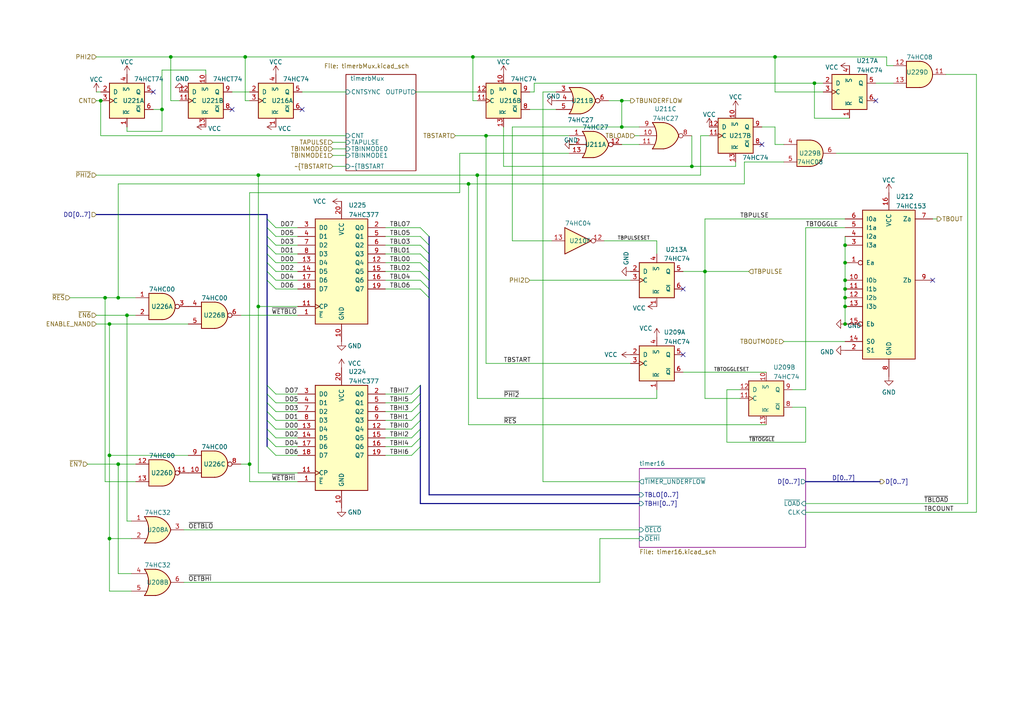
<source format=kicad_sch>
(kicad_sch (version 20211123) (generator eeschema)
  (paper "A4")
  (title_block (title "74HCT6526 Board 2") (date "2022-08-17") (rev "0.1") (company "Daniel Molina") (comment 1 "https://github.com/dmolinagarcia/74HCT6526"))
  (lib_symbols
    (symbol "74xx:74HC00" (pin_names (offset 1.016))
      (property "Reference" "U" (at 0 1.27 0))
      (property "Value" "74HC00" (at 0 -1.27 0))
      (symbol "74HC00_1_1"
        (pin input line (at -7.62 2.54 0) (length 3.81) (name "~") (number "1"))
        (pin input line (at -7.62 -2.54 0) (length 3.81) (name "~") (number "2"))
        (pin output inverted (at 7.62 0 180) (length 3.81) (name "~") (number "3"))
      )
      (symbol "74HC00_1_2"
        (pin input inverted (at -7.62 2.54 0) (length 4.318) (name "~") (number "1"))
        (pin input inverted (at -7.62 -2.54 0) (length 4.318) (name "~") (number "2"))
        (pin output line (at 7.62 0 180) (length 3.81) (name "~") (number "3"))
      )
      (symbol "74HC00_2_1"
        (pin input line (at -7.62 2.54 0) (length 3.81) (name "~") (number "4"))
        (pin input line (at -7.62 -2.54 0) (length 3.81) (name "~") (number "5"))
        (pin output inverted (at 7.62 0 180) (length 3.81) (name "~") (number "6"))
      )
      (symbol "74HC00_2_2"
        (pin input inverted (at -7.62 2.54 0) (length 4.318) (name "~") (number "4"))
        (pin input inverted (at -7.62 -2.54 0) (length 4.318) (name "~") (number "5"))
        (pin output line (at 7.62 0 180) (length 3.81) (name "~") (number "6"))
      )
      (symbol "74HC00_3_1"
        (pin input line (at -7.62 -2.54 0) (length 3.81) (name "~") (number "10"))
        (pin output inverted (at 7.62 0 180) (length 3.81) (name "~") (number "8"))
        (pin input line (at -7.62 2.54 0) (length 3.81) (name "~") (number "9"))
      )
      (symbol "74HC00_3_2"
        (pin input inverted (at -7.62 -2.54 0) (length 4.318) (name "~") (number "10"))
        (pin output line (at 7.62 0 180) (length 3.81) (name "~") (number "8"))
        (pin input inverted (at -7.62 2.54 0) (length 4.318) (name "~") (number "9"))
      )
      (symbol "74HC00_4_1"
        (pin output inverted (at 7.62 0 180) (length 3.81) (name "~") (number "11"))
        (pin input line (at -7.62 2.54 0) (length 3.81) (name "~") (number "12"))
        (pin input line (at -7.62 -2.54 0) (length 3.81) (name "~") (number "13"))
      )
      (symbol "74HC00_4_2"
        (pin output line (at 7.62 0 180) (length 3.81) (name "~") (number "11"))
        (pin input inverted (at -7.62 2.54 0) (length 4.318) (name "~") (number "12"))
        (pin input inverted (at -7.62 -2.54 0) (length 4.318) (name "~") (number "13"))
      )
      (symbol "74HC00_5_0"
        (pin power_in line (at 0 12.7 270) (length 5.08) (name "VCC") (number "14"))
        (pin power_in line (at 0 -12.7 90) (length 5.08) (name "GND") (number "7"))
      )
    )
    (symbol "74xx:74HC04"
      (property "Reference" "U" (at 0 1.27 0))
      (property "Value" "74HC04" (at 0 -1.27 0))
      (symbol "74HC04_1_0"
        (pin input line (at -7.62 0 0) (length 3.81) (name "~") (number "1"))
        (pin output inverted (at 7.62 0 180) (length 3.81) (name "~") (number "2"))
      )
      (symbol "74HC04_2_0"
        (pin input line (at -7.62 0 0) (length 3.81) (name "~") (number "3"))
        (pin output inverted (at 7.62 0 180) (length 3.81) (name "~") (number "4"))
      )
      (symbol "74HC04_3_0"
        (pin input line (at -7.62 0 0) (length 3.81) (name "~") (number "5"))
        (pin output inverted (at 7.62 0 180) (length 3.81) (name "~") (number "6"))
      )
      (symbol "74HC04_4_0"
        (pin output inverted (at 7.62 0 180) (length 3.81) (name "~") (number "8"))
        (pin input line (at -7.62 0 0) (length 3.81) (name "~") (number "9"))
      )
      (symbol "74HC04_5_0"
        (pin output inverted (at 7.62 0 180) (length 3.81) (name "~") (number "10"))
        (pin input line (at -7.62 0 0) (length 3.81) (name "~") (number "11"))
      )
      (symbol "74HC04_6_0"
        (pin output inverted (at 7.62 0 180) (length 3.81) (name "~") (number "12"))
        (pin input line (at -7.62 0 0) (length 3.81) (name "~") (number "13"))
      )
      (symbol "74HC04_7_0"
        (pin power_in line (at 0 12.7 270) (length 5.08) (name "VCC") (number "14"))
        (pin power_in line (at 0 -12.7 90) (length 5.08) (name "GND") (number "7"))
      )
    )
    (symbol "74xx:74HC74" (pin_names (offset 1.016))
      (property "Reference" "U" (at -7.62 8.89 0))
      (property "Value" "74HC74" (at -7.62 -8.89 0))
      (symbol "74HC74_1_0"
        (pin input line (at 0 -7.62 90) (length 2.54) (name "~{R}") (number "1"))
        (pin input line (at -7.62 2.54 0) (length 2.54) (name "D") (number "2"))
        (pin input clock (at -7.62 0 0) (length 2.54) (name "C") (number "3"))
        (pin input line (at 0 7.62 270) (length 2.54) (name "~{S}") (number "4"))
        (pin output line (at 7.62 2.54 180) (length 2.54) (name "Q") (number "5"))
        (pin output line (at 7.62 -2.54 180) (length 2.54) (name "~{Q}") (number "6"))
      )
      (symbol "74HC74_2_0"
        (pin input line (at 0 7.62 270) (length 2.54) (name "~{S}") (number "10"))
        (pin input clock (at -7.62 0 0) (length 2.54) (name "C") (number "11"))
        (pin input line (at -7.62 2.54 0) (length 2.54) (name "D") (number "12"))
        (pin input line (at 0 -7.62 90) (length 2.54) (name "~{R}") (number "13"))
        (pin output line (at 7.62 -2.54 180) (length 2.54) (name "~{Q}") (number "8"))
        (pin output line (at 7.62 2.54 180) (length 2.54) (name "Q") (number "9"))
      )
      (symbol "74HC74_3_0"
        (pin power_in line (at 0 10.16 270) (length 2.54) (name "VCC") (number "14"))
        (pin power_in line (at 0 -10.16 90) (length 2.54) (name "GND") (number "7"))
      )
    )
    (symbol "74xx:74LS153" (pin_names (offset 1.016))
      (property "Reference" "U" (at -7.62 21.59 0))
      (property "Value" "74LS153" (at -7.62 -24.13 0))
      (symbol "74LS153_1_0"
        (pin input inverted (at -12.7 5.08 0) (length 5.08) (name "Ea") (number "1"))
        (pin input line (at -12.7 0 0) (length 5.08) (name "I0b") (number "10"))
        (pin input line (at -12.7 -2.54 0) (length 5.08) (name "I1b") (number "11"))
        (pin input line (at -12.7 -5.08 0) (length 5.08) (name "I2b") (number "12"))
        (pin input line (at -12.7 -7.62 0) (length 5.08) (name "I3b") (number "13"))
        (pin input line (at -12.7 -17.78 0) (length 5.08) (name "S0") (number "14"))
        (pin input inverted (at -12.7 -12.7 0) (length 5.08) (name "Eb") (number "15"))
        (pin power_in line (at 0 25.4 270) (length 5.08) (name "VCC") (number "16"))
        (pin input line (at -12.7 -20.32 0) (length 5.08) (name "S1") (number "2"))
        (pin input line (at -12.7 10.16 0) (length 5.08) (name "I3a") (number "3"))
        (pin input line (at -12.7 12.7 0) (length 5.08) (name "I2a") (number "4"))
        (pin input line (at -12.7 15.24 0) (length 5.08) (name "I1a") (number "5"))
        (pin input line (at -12.7 17.78 0) (length 5.08) (name "I0a") (number "6"))
        (pin output line (at 12.7 17.78 180) (length 5.08) (name "Za") (number "7"))
        (pin power_in line (at 0 -27.94 90) (length 5.08) (name "GND") (number "8"))
        (pin output line (at 12.7 0 180) (length 5.08) (name "Zb") (number "9"))
      )
    )
    (symbol "74xx:74LS27" (pin_names (offset 1.016))
      (property "Reference" "U" (at 0 1.27 0))
      (property "Value" "74LS27" (at 0 -1.27 0))
      (symbol "74LS27_1_1"
        (pin input line (at -7.62 2.54 0) (length 4.318) (name "~") (number "1"))
        (pin output inverted (at 7.62 0 180) (length 3.81) (name "~") (number "12"))
        (pin input line (at -7.62 -2.54 0) (length 4.318) (name "~") (number "13"))
        (pin input line (at -7.62 0 0) (length 4.953) (name "~") (number "2"))
      )
      (symbol "74LS27_1_2"
        (pin input inverted (at -7.62 2.54 0) (length 3.81) (name "~") (number "1"))
        (pin output line (at 7.62 0 180) (length 3.81) (name "~") (number "12"))
        (pin input inverted (at -7.62 -2.54 0) (length 3.81) (name "~") (number "13"))
        (pin input inverted (at -7.62 0 0) (length 3.81) (name "~") (number "2"))
      )
      (symbol "74LS27_2_1"
        (pin input line (at -7.62 2.54 0) (length 4.318) (name "~") (number "3"))
        (pin input line (at -7.62 0 0) (length 4.953) (name "~") (number "4"))
        (pin input line (at -7.62 -2.54 0) (length 4.318) (name "~") (number "5"))
        (pin output inverted (at 7.62 0 180) (length 3.81) (name "~") (number "6"))
      )
      (symbol "74LS27_2_2"
        (pin input inverted (at -7.62 2.54 0) (length 3.81) (name "~") (number "3"))
        (pin input inverted (at -7.62 0 0) (length 3.81) (name "~") (number "4"))
        (pin input inverted (at -7.62 -2.54 0) (length 3.81) (name "~") (number "5"))
        (pin output line (at 7.62 0 180) (length 3.81) (name "~") (number "6"))
      )
      (symbol "74LS27_3_1"
        (pin input line (at -7.62 0 0) (length 4.953) (name "~") (number "10"))
        (pin input line (at -7.62 -2.54 0) (length 4.318) (name "~") (number "11"))
        (pin output inverted (at 7.62 0 180) (length 3.81) (name "~") (number "8"))
        (pin input line (at -7.62 2.54 0) (length 4.318) (name "~") (number "9"))
      )
      (symbol "74LS27_3_2"
        (pin input inverted (at -7.62 0 0) (length 3.81) (name "~") (number "10"))
        (pin input inverted (at -7.62 -2.54 0) (length 3.81) (name "~") (number "11"))
        (pin output line (at 7.62 0 180) (length 3.81) (name "~") (number "8"))
        (pin input inverted (at -7.62 2.54 0) (length 3.81) (name "~") (number "9"))
      )
      (symbol "74LS27_4_0"
        (pin power_in line (at 0 12.7 270) (length 5.08) (name "VCC") (number "14"))
        (pin power_in line (at 0 -12.7 90) (length 5.08) (name "GND") (number "7"))
      )
    )
    (symbol "74xx:74LS32" (pin_names (offset 1.016))
      (property "Reference" "U" (at 0 1.27 0))
      (property "Value" "74LS32" (at 0 -1.27 0))
      (symbol "74LS32_1_1"
        (pin input line (at -7.62 2.54 0) (length 4.318) (name "~") (number "1"))
        (pin input line (at -7.62 -2.54 0) (length 4.318) (name "~") (number "2"))
        (pin output line (at 7.62 0 180) (length 3.81) (name "~") (number "3"))
      )
      (symbol "74LS32_1_2"
        (pin input inverted (at -7.62 2.54 0) (length 3.81) (name "~") (number "1"))
        (pin input inverted (at -7.62 -2.54 0) (length 3.81) (name "~") (number "2"))
        (pin output inverted (at 7.62 0 180) (length 3.81) (name "~") (number "3"))
      )
      (symbol "74LS32_2_1"
        (pin input line (at -7.62 2.54 0) (length 4.318) (name "~") (number "4"))
        (pin input line (at -7.62 -2.54 0) (length 4.318) (name "~") (number "5"))
        (pin output line (at 7.62 0 180) (length 3.81) (name "~") (number "6"))
      )
      (symbol "74LS32_2_2"
        (pin input inverted (at -7.62 2.54 0) (length 3.81) (name "~") (number "4"))
        (pin input inverted (at -7.62 -2.54 0) (length 3.81) (name "~") (number "5"))
        (pin output inverted (at 7.62 0 180) (length 3.81) (name "~") (number "6"))
      )
      (symbol "74LS32_3_1"
        (pin input line (at -7.62 -2.54 0) (length 4.318) (name "~") (number "10"))
        (pin output line (at 7.62 0 180) (length 3.81) (name "~") (number "8"))
        (pin input line (at -7.62 2.54 0) (length 4.318) (name "~") (number "9"))
      )
      (symbol "74LS32_3_2"
        (pin input inverted (at -7.62 -2.54 0) (length 3.81) (name "~") (number "10"))
        (pin output inverted (at 7.62 0 180) (length 3.81) (name "~") (number "8"))
        (pin input inverted (at -7.62 2.54 0) (length 3.81) (name "~") (number "9"))
      )
      (symbol "74LS32_4_1"
        (pin output line (at 7.62 0 180) (length 3.81) (name "~") (number "11"))
        (pin input line (at -7.62 2.54 0) (length 4.318) (name "~") (number "12"))
        (pin input line (at -7.62 -2.54 0) (length 4.318) (name "~") (number "13"))
      )
      (symbol "74LS32_4_2"
        (pin output inverted (at 7.62 0 180) (length 3.81) (name "~") (number "11"))
        (pin input inverted (at -7.62 2.54 0) (length 3.81) (name "~") (number "12"))
        (pin input inverted (at -7.62 -2.54 0) (length 3.81) (name "~") (number "13"))
      )
      (symbol "74LS32_5_0"
        (pin power_in line (at 0 12.7 270) (length 5.08) (name "VCC") (number "14"))
        (pin power_in line (at 0 -12.7 90) (length 5.08) (name "GND") (number "7"))
      )
    )
    (symbol "74xx:74LS377" (pin_names (offset 1.016))
      (property "Reference" "U" (at -7.62 16.51 0))
      (property "Value" "74LS377" (at -7.62 -16.51 0))
      (symbol "74LS377_1_0"
        (pin input line (at -12.7 -12.7 0) (length 5.08) (name "~{E}") (number "1"))
        (pin power_in line (at 0 -20.32 90) (length 5.08) (name "GND") (number "10"))
        (pin input clock (at -12.7 -10.16 0) (length 5.08) (name "CP") (number "11"))
        (pin output line (at 12.7 2.54 180) (length 5.08) (name "Q4") (number "12"))
        (pin input line (at -12.7 2.54 0) (length 5.08) (name "D4") (number "13"))
        (pin input line (at -12.7 0 0) (length 5.08) (name "D5") (number "14"))
        (pin output line (at 12.7 0 180) (length 5.08) (name "Q5") (number "15"))
        (pin output line (at 12.7 -2.54 180) (length 5.08) (name "Q6") (number "16"))
        (pin input line (at -12.7 -2.54 0) (length 5.08) (name "D6") (number "17"))
        (pin input line (at -12.7 -5.08 0) (length 5.08) (name "D7") (number "18"))
        (pin output line (at 12.7 -5.08 180) (length 5.08) (name "Q7") (number "19"))
        (pin output line (at 12.7 12.7 180) (length 5.08) (name "Q0") (number "2"))
        (pin power_in line (at 0 20.32 270) (length 5.08) (name "VCC") (number "20"))
        (pin input line (at -12.7 12.7 0) (length 5.08) (name "D0") (number "3"))
        (pin input line (at -12.7 10.16 0) (length 5.08) (name "D1") (number "4"))
        (pin output line (at 12.7 10.16 180) (length 5.08) (name "Q1") (number "5"))
        (pin output line (at 12.7 7.62 180) (length 5.08) (name "Q2") (number "6"))
        (pin input line (at -12.7 7.62 0) (length 5.08) (name "D2") (number "7"))
        (pin input line (at -12.7 5.08 0) (length 5.08) (name "D3") (number "8"))
        (pin output line (at 12.7 5.08 180) (length 5.08) (name "Q3") (number "9"))
      )
    )
    (symbol "Custom 74xx:74HC08" (pin_names (offset 1.016))
      (property "Reference" "U" (at 0 1.27 0))
      (property "Value" "74HC08" (at 0 -1.27 0))
      (symbol "74HC08_1_1"
        (pin input line (at -7.62 2.54 0) (length 3.81) (name "~") (number "1"))
        (pin input line (at -7.62 -2.54 0) (length 3.81) (name "~") (number "2"))
        (pin output line (at 7.62 0 180) (length 3.81) (name "~") (number "3"))
      )
      (symbol "74HC08_1_2"
        (pin input inverted (at -7.62 2.54 0) (length 4.318) (name "~") (number "1"))
        (pin input inverted (at -7.62 -2.54 0) (length 4.318) (name "~") (number "2"))
        (pin output line (at 7.62 0 180) (length 3.81) (name "~") (number "3"))
      )
      (symbol "74HC08_2_1"
        (pin input line (at -7.62 2.54 0) (length 3.81) (name "~") (number "4"))
        (pin input line (at -7.62 -2.54 0) (length 3.81) (name "~") (number "5"))
        (pin output line (at 7.62 0 180) (length 3.81) (name "~") (number "6"))
      )
      (symbol "74HC08_2_2"
        (pin input inverted (at -7.62 2.54 0) (length 4.318) (name "~") (number "4"))
        (pin input inverted (at -7.62 -2.54 0) (length 4.318) (name "~") (number "5"))
        (pin output line (at 7.62 0 180) (length 3.81) (name "~") (number "6"))
      )
      (symbol "74HC08_3_1"
        (pin input line (at -7.62 -2.54 0) (length 3.81) (name "~") (number "10"))
        (pin output line (at 7.62 0 180) (length 3.81) (name "~") (number "8"))
        (pin input line (at -7.62 2.54 0) (length 3.81) (name "~") (number "9"))
      )
      (symbol "74HC08_3_2"
        (pin input inverted (at -7.62 -2.54 0) (length 4.318) (name "~") (number "10"))
        (pin output line (at 7.62 0 180) (length 3.81) (name "~") (number "8"))
        (pin input inverted (at -7.62 2.54 0) (length 4.318) (name "~") (number "9"))
      )
      (symbol "74HC08_4_1"
        (pin output line (at 7.62 0 180) (length 3.81) (name "~") (number "11"))
        (pin input line (at -7.62 2.54 0) (length 3.81) (name "~") (number "12"))
        (pin input line (at -7.62 -2.54 0) (length 3.81) (name "~") (number "13"))
      )
      (symbol "74HC08_4_2"
        (pin output line (at 7.62 0 180) (length 3.81) (name "~") (number "11"))
        (pin input inverted (at -7.62 2.54 0) (length 4.318) (name "~") (number "12"))
        (pin input inverted (at -7.62 -2.54 0) (length 4.318) (name "~") (number "13"))
      )
      (symbol "74HC08_5_0"
        (pin power_in line (at 0 12.7 270) (length 5.08) (name "VCC") (number "14"))
        (pin power_in line (at 0 -12.7 90) (length 5.08) (name "GND") (number "7"))
      )
    )
    (symbol "power:GND" (power) (pin_names (offset 0))
      (property "Value" "GND" (at 0 -3.81 0))
      (symbol "GND_1_1"
        (pin power_in line (at 0 0 270) (length 0) hide (name "GND") (number "1"))
      )
    )
    (symbol "power:VCC" (power) (pin_names (offset 0))
      (property "Value" "VCC" (at 0 3.81 0))
      (symbol "VCC_1_1"
        (pin power_in line (at 0 0 90) (length 0) hide (name "VCC") (number "1"))
      )
    )
  )
  (junction (at 74.93 50.8))
  (junction (at 74.93 88.9))
  (junction (at 137.16 16.51))
  (junction (at 31.75 132.08))
  (junction (at 204.47 78.74))
  (junction (at 200.66 48.26))
  (junction (at 245.11 88.9))
  (junction (at 236.22 24.13))
  (junction (at 245.11 81.28))
  (junction (at 224.79 16.51))
  (junction (at 30.48 86.36))
  (junction (at 46.99 31.75))
  (junction (at 135.89 53.34))
  (junction (at 245.11 71.12))
  (junction (at 34.29 134.62))
  (junction (at 36.83 91.44))
  (junction (at 31.75 156.21))
  (junction (at 49.53 16.51))
  (junction (at 245.11 83.82))
  (junction (at 180.34 29.21))
  (junction (at 245.11 86.36))
  (junction (at 245.11 76.2))
  (junction (at 71.12 16.51))
  (junction (at 138.43 50.8))
  (junction (at 31.75 93.98))
  (junction (at 245.11 93.98))
  (junction (at 29.21 29.21))
  (junction (at 34.29 86.36))
  (junction (at 180.34 36.83))
  (junction (at 140.97 39.37))
  (junction (at 72.39 134.62))
  (no_connect (at 87.63 31.75))
  (no_connect (at 67.31 31.75))
  (no_connect (at 44.45 26.67))
  (no_connect (at 270.51 81.28))
  (no_connect (at 254 29.21))
  (no_connect (at 198.12 83.82))
  (no_connect (at 198.12 102.87))
  (no_connect (at 220.98 41.91))
  (bus_entry (at 77.47 68.58) (size 2.54 2.54))
  (bus_entry (at 121.92 83.82) (size 2.54 2.54))
  (bus_entry (at 121.92 73.66) (size 2.54 2.54))
  (bus_entry (at 77.47 129.54) (size 2.54 2.54))
  (bus_entry (at 77.47 127) (size 2.54 2.54))
  (bus_entry (at 77.47 121.92) (size 2.54 2.54))
  (bus_entry (at 77.47 124.46) (size 2.54 2.54))
  (bus_entry (at 77.47 119.38) (size 2.54 2.54))
  (bus_entry (at 77.47 116.84) (size 2.54 2.54))
  (bus_entry (at 77.47 111.76) (size 2.54 2.54))
  (bus_entry (at 77.47 114.3) (size 2.54 2.54))
  (bus_entry (at 77.47 76.2) (size 2.54 2.54))
  (bus_entry (at 77.47 66.04) (size 2.54 2.54))
  (bus_entry (at 121.92 71.12) (size 2.54 2.54))
  (bus_entry (at 121.92 68.58) (size 2.54 2.54))
  (bus_entry (at 77.47 81.28) (size 2.54 2.54))
  (bus_entry (at 121.92 121.92) (size -2.54 2.54))
  (bus_entry (at 121.92 76.2) (size 2.54 2.54))
  (bus_entry (at 121.92 111.76) (size -2.54 2.54))
  (bus_entry (at 121.92 66.04) (size 2.54 2.54))
  (bus_entry (at 77.47 78.74) (size 2.54 2.54))
  (bus_entry (at 77.47 71.12) (size 2.54 2.54))
  (bus_entry (at 121.92 81.28) (size 2.54 2.54))
  (bus_entry (at 121.92 124.46) (size -2.54 2.54))
  (bus_entry (at 121.92 119.38) (size -2.54 2.54))
  (bus_entry (at 121.92 78.74) (size 2.54 2.54))
  (bus_entry (at 121.92 129.54) (size -2.54 2.54))
  (bus_entry (at 77.47 63.5) (size 2.54 2.54))
  (bus_entry (at 121.92 127) (size -2.54 2.54))
  (bus_entry (at 77.47 73.66) (size 2.54 2.54))
  (bus_entry (at 121.92 116.84) (size -2.54 2.54))
  (bus_entry (at 121.92 114.3) (size -2.54 2.54))
  (wire (pts (xy 111.76 132.08) (xy 119.38 132.08)))
  (wire (pts (xy 111.76 121.92) (xy 119.38 121.92)))
  (wire (pts (xy 190.5 69.85) (xy 190.5 73.66)))
  (wire (pts (xy 46.99 31.75) (xy 46.99 20.32)))
  (wire (pts (xy 153.67 31.75) (xy 161.29 31.75)))
  (wire (pts (xy 133.35 44.45) (xy 165.1 44.45)))
  (wire (pts (xy 67.31 26.67) (xy 72.39 26.67)))
  (wire (pts (xy 120.65 26.67) (xy 138.43 26.67)))
  (wire (pts (xy 135.89 53.34) (xy 215.9 53.34)))
  (wire (pts (xy 210.82 128.27) (xy 210.82 113.03)))
  (bus (pts (xy 77.47 73.66) (xy 77.47 76.2)))
  (wire (pts (xy 257.175 19.05) (xy 259.08 19.05)))
  (wire (pts (xy 245.11 81.28) (xy 245.11 83.82)))
  (bus (pts (xy 77.47 68.58) (xy 77.47 71.12)))
  (wire (pts (xy 34.29 134.62) (xy 39.37 134.62)))
  (wire (pts (xy 180.34 41.91) (xy 185.42 41.91)))
  (wire (pts (xy 227.33 46.99) (xy 215.9 46.99)))
  (bus (pts (xy 124.46 143.51) (xy 124.46 86.36)))
  (wire (pts (xy 138.43 29.21) (xy 137.16 29.21)))
  (bus (pts (xy 124.46 81.28) (xy 124.46 78.74)))
  (wire (pts (xy 31.75 171.45) (xy 38.1 171.45)))
  (wire (pts (xy 153.67 81.28) (xy 182.88 81.28)))
  (wire (pts (xy 137.16 16.51) (xy 224.79 16.51)))
  (wire (pts (xy 180.34 36.83) (xy 148.59 36.83)))
  (bus (pts (xy 77.47 62.23) (xy 77.47 63.5)))
  (wire (pts (xy 111.76 129.54) (xy 119.38 129.54)))
  (wire (pts (xy 96.52 43.18) (xy 100.33 43.18)))
  (wire (pts (xy 215.9 46.99) (xy 215.9 53.34)))
  (wire (pts (xy 72.39 134.62) (xy 72.39 139.7)))
  (wire (pts (xy 233.68 118.11) (xy 233.68 128.27)))
  (bus (pts (xy 124.46 143.51) (xy 185.42 143.51)))
  (wire (pts (xy 72.39 55.88) (xy 72.39 134.62)))
  (wire (pts (xy 71.12 16.51) (xy 137.16 16.51)))
  (wire (pts (xy 52.07 29.21) (xy 49.53 29.21)))
  (wire (pts (xy 27.94 16.51) (xy 49.53 16.51)))
  (bus (pts (xy 124.46 73.66) (xy 124.46 76.2)))
  (wire (pts (xy 31.75 156.21) (xy 31.75 171.45)))
  (wire (pts (xy 224.79 26.67) (xy 238.76 26.67)))
  (wire (pts (xy 148.59 69.85) (xy 160.02 69.85)))
  (wire (pts (xy 148.59 36.83) (xy 148.59 69.85)))
  (wire (pts (xy 111.76 76.2) (xy 121.92 76.2)))
  (wire (pts (xy 69.85 91.44) (xy 86.36 91.44)))
  (bus (pts (xy 77.47 121.92) (xy 77.47 124.46)))
  (wire (pts (xy 213.36 48.26) (xy 213.36 46.99)))
  (wire (pts (xy 283.21 21.59) (xy 283.21 148.59)))
  (wire (pts (xy 111.76 71.12) (xy 121.92 71.12)))
  (wire (pts (xy 204.47 115.57) (xy 214.63 115.57)))
  (wire (pts (xy 36.83 38.1) (xy 36.83 36.83)))
  (wire (pts (xy 80.01 73.66) (xy 86.36 73.66)))
  (wire (pts (xy 271.78 63.5) (xy 270.51 63.5)))
  (wire (pts (xy 36.83 91.44) (xy 36.83 151.13)))
  (bus (pts (xy 77.47 62.23) (xy 27.94 62.23)))
  (wire (pts (xy 204.47 78.74) (xy 204.47 115.57)))
  (bus (pts (xy 77.47 111.76) (xy 77.47 114.3)))
  (wire (pts (xy 30.48 86.36) (xy 34.29 86.36)))
  (wire (pts (xy 233.68 66.04) (xy 233.68 113.03)))
  (wire (pts (xy 133.35 44.45) (xy 133.35 55.88)))
  (wire (pts (xy 53.34 153.67) (xy 185.42 153.67)))
  (wire (pts (xy 44.45 31.75) (xy 46.99 31.75)))
  (wire (pts (xy 46.99 38.1) (xy 36.83 38.1)))
  (wire (pts (xy 74.93 137.16) (xy 86.36 137.16)))
  (wire (pts (xy 111.76 83.82) (xy 121.92 83.82)))
  (wire (pts (xy 111.76 68.58) (xy 121.92 68.58)))
  (wire (pts (xy 180.34 36.83) (xy 180.34 29.21)))
  (wire (pts (xy 27.94 91.44) (xy 36.83 91.44)))
  (wire (pts (xy 59.69 20.32) (xy 59.69 21.59)))
  (wire (pts (xy 96.52 45.085) (xy 100.33 45.085)))
  (wire (pts (xy 245.11 86.36) (xy 245.11 88.9)))
  (wire (pts (xy 220.98 36.83) (xy 224.79 36.83)))
  (wire (pts (xy 80.01 81.28) (xy 86.36 81.28)))
  (wire (pts (xy 80.01 83.82) (xy 86.36 83.82)))
  (wire (pts (xy 176.53 29.21) (xy 180.34 29.21)))
  (bus (pts (xy 77.47 127) (xy 77.47 129.54)))
  (wire (pts (xy 25.4 134.62) (xy 34.29 134.62)))
  (wire (pts (xy 200.66 39.37) (xy 200.66 48.26)))
  (bus (pts (xy 77.47 66.04) (xy 77.47 68.58)))
  (wire (pts (xy 229.87 118.11) (xy 233.68 118.11)))
  (wire (pts (xy 233.68 148.59) (xy 283.21 148.59)))
  (wire (pts (xy 96.52 48.26) (xy 100.33 48.26)))
  (wire (pts (xy 245.11 68.58) (xy 245.11 71.12)))
  (bus (pts (xy 121.92 114.3) (xy 121.92 111.76)))
  (wire (pts (xy 111.76 78.74) (xy 121.92 78.74)))
  (wire (pts (xy 157.48 26.67) (xy 157.48 139.7)))
  (bus (pts (xy 121.92 127) (xy 121.92 129.54)))
  (wire (pts (xy 80.01 66.04) (xy 86.36 66.04)))
  (wire (pts (xy 111.76 119.38) (xy 119.38 119.38)))
  (wire (pts (xy 137.16 29.21) (xy 137.16 16.51)))
  (wire (pts (xy 138.43 50.8) (xy 203.2 50.8)))
  (wire (pts (xy 31.75 132.08) (xy 31.75 156.21)))
  (wire (pts (xy 34.29 53.34) (xy 34.29 86.36)))
  (wire (pts (xy 200.66 48.26) (xy 213.36 48.26)))
  (bus (pts (xy 121.92 116.84) (xy 121.92 119.38)))
  (wire (pts (xy 210.82 113.03) (xy 214.63 113.03)))
  (wire (pts (xy 46.99 20.32) (xy 59.69 20.32)))
  (wire (pts (xy 140.97 39.37) (xy 140.97 105.41)))
  (wire (pts (xy 111.76 81.28) (xy 121.92 81.28)))
  (wire (pts (xy 111.76 114.3) (xy 119.38 114.3)))
  (wire (pts (xy 140.97 105.41) (xy 182.88 105.41)))
  (wire (pts (xy 138.43 50.8) (xy 138.43 115.57)))
  (wire (pts (xy 80.01 114.3) (xy 86.36 114.3)))
  (wire (pts (xy 227.33 99.06) (xy 245.11 99.06)))
  (wire (pts (xy 224.79 16.51) (xy 224.79 26.67)))
  (bus (pts (xy 77.47 71.12) (xy 77.47 73.66)))
  (wire (pts (xy 154.94 26.67) (xy 154.94 24.13)))
  (wire (pts (xy 233.68 128.27) (xy 210.82 128.27)))
  (wire (pts (xy 236.22 24.13) (xy 236.22 34.29)))
  (wire (pts (xy 49.53 29.21) (xy 49.53 16.51)))
  (wire (pts (xy 20.32 86.36) (xy 30.48 86.36)))
  (bus (pts (xy 77.47 119.38) (xy 77.47 121.92)))
  (wire (pts (xy 74.93 88.9) (xy 86.36 88.9)))
  (wire (pts (xy 27.94 29.21) (xy 29.21 29.21)))
  (wire (pts (xy 72.39 55.88) (xy 133.35 55.88)))
  (wire (pts (xy 224.79 41.91) (xy 227.33 41.91)))
  (bus (pts (xy 233.68 139.7) (xy 255.27 139.7)))
  (wire (pts (xy 111.76 116.84) (xy 119.38 116.84)))
  (wire (pts (xy 49.53 16.51) (xy 71.12 16.51)))
  (bus (pts (xy 124.46 68.58) (xy 124.46 71.12)))
  (wire (pts (xy 74.93 88.9) (xy 74.93 137.16)))
  (wire (pts (xy 80.01 119.38) (xy 86.36 119.38)))
  (wire (pts (xy 198.12 107.95) (xy 222.25 107.95)))
  (wire (pts (xy 80.01 71.12) (xy 86.36 71.12)))
  (wire (pts (xy 157.48 26.67) (xy 161.29 26.67)))
  (wire (pts (xy 31.75 156.21) (xy 38.1 156.21)))
  (wire (pts (xy 184.15 39.37) (xy 185.42 39.37)))
  (wire (pts (xy 80.01 116.84) (xy 86.36 116.84)))
  (wire (pts (xy 180.34 36.83) (xy 185.42 36.83)))
  (wire (pts (xy 30.48 86.36) (xy 30.48 139.7)))
  (wire (pts (xy 198.12 78.74) (xy 204.47 78.74)))
  (bus (pts (xy 121.92 114.3) (xy 121.92 116.84)))
  (wire (pts (xy 204.47 78.74) (xy 217.17 78.74)))
  (wire (pts (xy 87.63 26.67) (xy 100.33 26.67)))
  (wire (pts (xy 111.76 127) (xy 119.38 127)))
  (bus (pts (xy 121.92 124.46) (xy 121.92 127)))
  (wire (pts (xy 157.48 139.7) (xy 185.42 139.7)))
  (wire (pts (xy 72.39 29.21) (xy 71.12 29.21)))
  (wire (pts (xy 80.01 124.46) (xy 86.36 124.46)))
  (wire (pts (xy 203.2 39.37) (xy 205.74 39.37)))
  (wire (pts (xy 236.22 24.13) (xy 238.76 24.13)))
  (wire (pts (xy 80.01 78.74) (xy 86.36 78.74)))
  (wire (pts (xy 30.48 139.7) (xy 39.37 139.7)))
  (wire (pts (xy 80.01 127) (xy 86.36 127)))
  (wire (pts (xy 233.68 146.05) (xy 280.67 146.05)))
  (bus (pts (xy 121.92 121.92) (xy 121.92 124.46)))
  (wire (pts (xy 138.43 115.57) (xy 190.5 115.57)))
  (wire (pts (xy 80.01 68.58) (xy 86.36 68.58)))
  (wire (pts (xy 72.39 139.7) (xy 86.36 139.7)))
  (wire (pts (xy 71.12 29.21) (xy 71.12 16.51)))
  (wire (pts (xy 173.99 168.91) (xy 173.99 156.21)))
  (wire (pts (xy 245.11 83.82) (xy 245.11 86.36)))
  (wire (pts (xy 233.68 66.04) (xy 245.11 66.04)))
  (wire (pts (xy 190.5 115.57) (xy 190.5 113.03)))
  (wire (pts (xy 27.94 26.67) (xy 29.21 26.67)))
  (wire (pts (xy 46.99 31.75) (xy 46.99 38.1)))
  (wire (pts (xy 53.34 168.91) (xy 173.99 168.91)))
  (wire (pts (xy 274.32 21.59) (xy 283.21 21.59)))
  (wire (pts (xy 229.87 113.03) (xy 233.68 113.03)))
  (wire (pts (xy 80.01 121.92) (xy 86.36 121.92)))
  (wire (pts (xy 153.67 26.67) (xy 154.94 26.67)))
  (wire (pts (xy 222.25 123.19) (xy 135.89 123.19)))
  (wire (pts (xy 74.93 50.8) (xy 138.43 50.8)))
  (bus (pts (xy 77.47 124.46) (xy 77.47 127)))
  (wire (pts (xy 132.08 39.37) (xy 140.97 39.37)))
  (wire (pts (xy 31.75 93.98) (xy 54.61 93.98)))
  (wire (pts (xy 254 24.13) (xy 259.08 24.13)))
  (wire (pts (xy 175.26 69.85) (xy 190.5 69.85)))
  (wire (pts (xy 34.29 134.62) (xy 34.29 166.37)))
  (bus (pts (xy 124.46 71.12) (xy 124.46 73.66)))
  (wire (pts (xy 111.76 66.04) (xy 121.92 66.04)))
  (wire (pts (xy 165.1 41.91) (xy 166.37 41.91)))
  (wire (pts (xy 29.21 39.37) (xy 100.33 39.37)))
  (wire (pts (xy 154.94 24.13) (xy 236.22 24.13)))
  (wire (pts (xy 96.52 41.275) (xy 100.33 41.275)))
  (wire (pts (xy 74.93 50.8) (xy 74.93 88.9)))
  (wire (pts (xy 27.94 93.98) (xy 31.75 93.98)))
  (wire (pts (xy 69.85 134.62) (xy 72.39 134.62)))
  (bus (pts (xy 77.47 114.3) (xy 77.47 116.84)))
  (wire (pts (xy 173.99 156.21) (xy 185.42 156.21)))
  (bus (pts (xy 77.47 78.74) (xy 77.47 81.28)))
  (bus (pts (xy 77.47 116.84) (xy 77.47 119.38)))
  (wire (pts (xy 280.67 44.45) (xy 280.67 146.05)))
  (wire (pts (xy 34.29 53.34) (xy 135.89 53.34)))
  (wire (pts (xy 27.94 50.8) (xy 74.93 50.8)))
  (wire (pts (xy 245.11 88.9) (xy 245.11 93.98)))
  (wire (pts (xy 80.01 76.2) (xy 86.36 76.2)))
  (wire (pts (xy 80.01 132.08) (xy 86.36 132.08)))
  (wire (pts (xy 146.05 48.26) (xy 200.66 48.26)))
  (wire (pts (xy 245.11 76.2) (xy 245.11 81.28)))
  (bus (pts (xy 124.46 86.36) (xy 124.46 83.82)))
  (wire (pts (xy 111.76 73.66) (xy 121.92 73.66)))
  (wire (pts (xy 203.2 50.8) (xy 203.2 39.37)))
  (wire (pts (xy 242.57 44.45) (xy 280.67 44.45)))
  (bus (pts (xy 121.92 119.38) (xy 121.92 121.92)))
  (wire (pts (xy 29.21 29.21) (xy 29.21 39.37)))
  (wire (pts (xy 135.89 123.19) (xy 135.89 53.34)))
  (wire (pts (xy 224.79 16.51) (xy 257.175 16.51)))
  (wire (pts (xy 180.34 29.21) (xy 182.88 29.21)))
  (wire (pts (xy 245.11 71.12) (xy 245.11 76.2)))
  (bus (pts (xy 77.47 63.5) (xy 77.47 66.04)))
  (wire (pts (xy 31.75 93.98) (xy 31.75 132.08)))
  (wire (pts (xy 36.83 91.44) (xy 39.37 91.44)))
  (wire (pts (xy 31.75 132.08) (xy 54.61 132.08)))
  (wire (pts (xy 224.79 36.83) (xy 224.79 41.91)))
  (wire (pts (xy 204.47 63.5) (xy 245.11 63.5)))
  (wire (pts (xy 236.22 34.29) (xy 246.38 34.29)))
  (wire (pts (xy 80.01 129.54) (xy 86.36 129.54)))
  (bus (pts (xy 77.47 76.2) (xy 77.47 78.74)))
  (wire (pts (xy 36.83 151.13) (xy 38.1 151.13)))
  (wire (pts (xy 140.97 39.37) (xy 165.1 39.37)))
  (wire (pts (xy 34.29 86.36) (xy 39.37 86.36)))
  (wire (pts (xy 34.29 166.37) (xy 38.1 166.37)))
  (wire (pts (xy 111.76 124.46) (xy 119.38 124.46)))
  (bus (pts (xy 121.92 146.05) (xy 121.92 129.54)))
  (wire (pts (xy 146.05 36.83) (xy 146.05 48.26)))
  (bus (pts (xy 77.47 81.28) (xy 77.47 111.76)))
  (wire (pts (xy 257.175 16.51) (xy 257.175 19.05)))
  (bus (pts (xy 121.92 146.05) (xy 185.42 146.05)))
  (wire (pts (xy 204.47 63.5) (xy 204.47 78.74)))
  (bus (pts (xy 124.46 76.2) (xy 124.46 78.74)))
  (bus (pts (xy 124.46 83.82) (xy 124.46 81.28)))
  (label "~{WETBHI}" (at 78.74 139.7 0))
  (label "TBLO0" (at 113.03 76.2 0))
  (label "DO5" (at 81.28 68.58 0))
  (label "DO3" (at 81.28 71.12 0))
  (label "TBLO6" (at 113.03 83.82 0))
  (label "TBHI4" (at 113.03 129.54 0))
  (label "DO2" (at 81.28 78.74 0))
  (label "TBLO2" (at 113.03 78.74 0))
  (label "DO6" (at 81.28 83.82 0))
  (label "DO0" (at 81.28 76.2 0))
  (label "~{WETBLO}" (at 78.74 91.44 0))
  (label "DO4" (at 82.55 129.54 0))
  (label "TBTOGGLE" (at 233.68 66.04 0))
  (label "TBPULSESET" (at 179.07 69.85 0) (effects (font (size 1.016 1.016))))
  (label "TBLO7" (at 113.03 66.04 0))
  (label "TBHI1" (at 113.03 121.92 0))
  (label "DO7" (at 81.28 66.04 0))
  (label "TBPULSE" (at 214.63 63.5 0))
  (label "DO1" (at 81.28 73.66 0))
  (label "TBLO4" (at 113.03 81.28 0))
  (label "DO4" (at 81.28 81.28 0))
  (label "DO5" (at 82.55 116.84 0))
  (label "~{RES}" (at 146.05 123.19 0))
  (label "DO2" (at 82.55 127 0))
  (label "TBLO3" (at 113.03 71.12 0))
  (label "~{TBTOGGLE}" (at 217.17 128.27 0) (effects (font (size 1.016 1.016))))
  (label "TBHI3" (at 113.03 119.38 0))
  (label "TBHI7" (at 113.03 114.3 0))
  (label "DO7" (at 82.55 114.3 0))
  (label "TBLO1" (at 113.03 73.66 0))
  (label "TBTOGGLESET" (at 207.01 107.95 0) (effects (font (size 1.016 1.016))))
  (label "TBLO5" (at 113.03 68.58 0))
  (label "TBHI2" (at 113.03 127 0))
  (label "TBHI0" (at 113.03 124.46 0))
  (label "TBHI5" (at 113.03 116.84 0))
  (label "DO0" (at 82.55 124.46 0))
  (label "~{OETBLO}" (at 54.61 153.67 0))
  (label "TBCOUNT" (at 267.97 148.59 0))
  (label "DO1" (at 82.55 121.92 0))
  (label "DO6" (at 82.55 132.08 0))
  (label "~{PHI2}" (at 146.05 115.57 0))
  (label "~{TBLOAD}" (at 267.97 146.05 0))
  (label "TBHI6" (at 113.03 132.08 0))
  (label "D[0..7]" (at 241.3 139.7 0))
  (label "DO3" (at 82.55 119.38 0))
  (label "~{OETBHI}" (at 54.61 168.91 0))
  (label "TBSTART" (at 146.05 105.41 0))
  (hierarchical_label "CNT" (shape input) (at 27.94 29.21 180))
  (hierarchical_label "~{EN6}" (shape input) (at 27.94 91.44 180))
  (hierarchical_label "TAPULSE" (shape input) (at 96.52 41.275 180))
  (hierarchical_label "D[0..7]" (shape output) (at 255.27 139.7 0))
  (hierarchical_label "PHI2" (shape input) (at 27.94 16.51 180))
  (hierarchical_label "DO[0..7]" (shape input) (at 27.94 62.23 180))
  (hierarchical_label "~{EN7}" (shape input) (at 25.4 134.62 180))
  (hierarchical_label "~{PHI2}" (shape input) (at 27.94 50.8 180))
  (hierarchical_label "~{TBSTART" (shape input) (at 96.52 48.26 180))
  (hierarchical_label "TBLOAD" (shape input) (at 184.15 39.37 180))
  (hierarchical_label "ENABLE_NAND" (shape input) (at 27.94 93.98 180))
  (hierarchical_label "TBINMODE1" (shape input) (at 96.52 45.085 180))
  (hierarchical_label "TBOUT" (shape output) (at 271.78 63.5 0))
  (hierarchical_label "TBINMODE0" (shape input) (at 96.52 43.18 180))
  (hierarchical_label "~{RES}" (shape input) (at 20.32 86.36 180))
  (hierarchical_label "TBUNDERFLOW" (shape output) (at 182.88 29.21 0))
  (hierarchical_label "TBPULSE" (shape input) (at 217.17 78.74 0))
  (hierarchical_label "TBOUTMODE" (shape input) (at 227.33 99.06 180))
  (hierarchical_label "TBSTART" (shape input) (at 132.08 39.37 180))
  (hierarchical_label "PHI2" (shape input) (at 153.67 81.28 180))
  (symbol (lib_id "power:VCC") (at 27.94 26.67 0) (unit 1)
    (property "Reference" "#PWR0318" (effects hide))
    (property "Value" "VCC" (at 27.94 23.0655 0))
  )
  (symbol (lib_id "74xx:74HC74") (at 213.36 39.37 0) (unit 2)
    (property "Reference" "U217" (at 211.455 39.37 0) (effects (justify left)))
    (property "Value" "74HC74" (at 215.265 45.72 0) (effects (justify left)))
    (property "Footprint" "Package_SO:SO-14_3.9x8.65mm_P1.27mm" (effects hide))
    (property "Datasheet" "74xx/74hc_hct74.pdf" (effects hide))
  )
  (symbol (lib_id "power:GND") (at 99.06 99.06 0) (unit 1)
    (property "Reference" "#PWR0325" (effects hide))
    (property "Value" "GND" (at 102.87 100.33 0))
  )
  (symbol (lib_id "power:GND") (at 257.81 109.22 0) (unit 1)
    (property "Reference" "#PWR0341" (effects hide))
    (property "Value" "GND" (at 257.81 113.7825 0))
  )
  (symbol (lib_id "power:GND") (at 166.37 41.91 270) (unit 1)
    (property "Reference" "#PWR0330" (effects hide))
    (property "Value" "GND" (at 167.64 40.64 90) (effects (justify right)))
  )
  (symbol (lib_id "power:VCC") (at 257.81 55.88 0) (unit 1)
    (property "Reference" "#PWR0340" (effects hide))
    (property "Value" "VCC" (at 257.81 52.2755 0))
  )
  (symbol (lib_id "74xx:74HC74") (at 59.69 29.21 0) (unit 2)
    (property "Reference" "U221" (at 58.42 29.21 0) (effects (justify left)))
    (property "Value" "74HCT74" (at 61.7094 22.9386 0) (effects (justify left)))
    (property "Footprint" "Package_SO:SO-14_3.9x8.65mm_P1.27mm" (effects hide))
    (property "Datasheet" "74xx/74hc_hct74.pdf" (effects hide))
  )
  (symbol (lib_id "74xx:74HC00") (at 62.23 134.62 0) (unit 3)
    (property "Reference" "U226" (at 62.23 134.62 0))
    (property "Value" "74HC00" (at 62.23 129.6186 0))
    (property "Footprint" "Package_SO:SO-14_3.9x8.65mm_P1.27mm" (effects hide))
    (property "Datasheet" "http://www.ti.com/lit/gpn/sn74hc00" (effects hide))
  )
  (symbol (lib_id "74xx:74LS27") (at 172.72 41.91 0) (unit 1)
    (property "Reference" "U211" (at 172.72 41.91 0))
    (property "Value" "74HC27" (at 172.72 36.9086 0))
    (property "Footprint" "Package_SO:SO-14_3.9x8.65mm_P1.27mm" (effects hide))
    (property "Datasheet" "http://www.ti.com/lit/gpn/sn74LS27" (effects hide))
  )
  (symbol (lib_id "power:VCC") (at 190.5 88.9 90) (unit 1)
    (property "Reference" "#PWR0333" (effects hide))
    (property "Value" "VCC" (at 187.325 89.379 90) (effects (justify left)))
  )
  (symbol (lib_id "power:VCC") (at 246.38 19.05 90) (unit 1)
    (property "Reference" "#PWR0339" (effects hide))
    (property "Value" "VCC" (at 243.205 19.529 90) (effects (justify left)))
  )
  (symbol (lib_id "power:VCC") (at 99.06 58.42 90) (unit 1)
    (property "Reference" "#PWR0324" (effects hide))
    (property "Value" "VCC" (at 92.71 58.42 90))
  )
  (symbol (lib_id "power:GND") (at 52.07 26.67 180) (unit 1)
    (property "Reference" "#PWR0320" (effects hide))
    (property "Value" "GND" (at 50.8 22.86 0) (effects (justify right)))
  )
  (symbol (lib_id "74xx:74HC74") (at 222.25 115.57 0) (unit 2)
    (property "Reference" "U209" (at 224.2694 106.5235 0) (effects (justify left)))
    (property "Value" "74HC74" (at 224.2694 109.2986 0) (effects (justify left)))
    (property "Footprint" "Package_SO:SO-14_3.9x8.65mm_P1.27mm" (effects hide))
    (property "Datasheet" "74xx/74hc_hct74.pdf" (effects hide))
  )
  (symbol (lib_id "74xx:74HC74") (at 80.01 29.21 0) (unit 1)
    (property "Reference" "U216" (at 78.74 29.21 0) (effects (justify left)))
    (property "Value" "74HC74" (at 82.0294 22.9386 0) (effects (justify left)))
    (property "Footprint" "Package_SO:SO-14_3.9x8.65mm_P1.27mm" (effects hide))
    (property "Datasheet" "74xx/74hc_hct74.pdf" (effects hide))
  )
  (symbol (lib_id "74xx:74LS32") (at 45.72 153.67 0) (unit 1)
    (property "Reference" "U208" (at 45.72 153.67 0))
    (property "Value" "74HC32" (at 45.72 148.6686 0))
    (property "Footprint" "Package_SO:SOIC-14_3.9x8.7mm_P1.27mm" (effects hide))
    (property "Datasheet" "http://www.ti.com/lit/gpn/sn74LS32" (effects hide))
  )
  (symbol (lib_id "74xx:74LS153") (at 257.81 81.28 0) (unit 1)
    (property "Reference" "U212" (at 259.8294 56.9935 0) (effects (justify left)))
    (property "Value" "74HC153" (at 259.8294 59.7686 0) (effects (justify left)))
    (property "Footprint" "Package_SO:SOIC-16_3.9x9.9mm_P1.27mm" (effects hide))
    (property "Datasheet" "http://www.ti.com/lit/gpn/sn74LS153" (effects hide))
  )
  (symbol (lib_id "74xx:74HC04") (at 167.64 69.85 0) (unit 6)
    (property "Reference" "U210" (at 165.1 69.85 0) (effects (justify left)))
    (property "Value" "74HC04" (at 163.83 64.77 0) (effects (justify left)))
    (property "Footprint" "Package_SO:SOIC-14_3.9x8.7mm_P1.27mm" (effects hide))
    (property "Datasheet" "https://assets.nexperia.com/documents/data-sheet/74HC_HCT04.pdf" (effects hide))
  )
  (symbol (lib_id "power:GND") (at 161.29 29.21 270) (unit 1)
    (property "Reference" "#PWR0329" (effects hide))
    (property "Value" "GND" (at 162.56 27.94 90) (effects (justify right)))
  )
  (symbol (lib_id "74xx:74HC00") (at 62.23 91.44 0) (unit 2)
    (property "Reference" "U226" (at 62.23 91.44 0))
    (property "Value" "74HC00" (at 62.23 86.4386 0))
    (property "Footprint" "Package_SO:SO-14_3.9x8.65mm_P1.27mm" (effects hide))
    (property "Datasheet" "http://www.ti.com/lit/gpn/sn74hc00" (effects hide))
  )
  (symbol (lib_id "power:VCC") (at 146.05 21.59 0) (unit 1)
    (property "Reference" "#PWR0328" (effects hide))
    (property "Value" "VCC" (at 146.05 17.9855 0))
  )
  (symbol (lib_id "power:GND") (at 245.11 93.98 270) (unit 1)
    (property "Reference" "#PWR0337" (effects hide))
    (property "Value" "GND" (at 245.745 94.459 90) (effects (justify left)))
  )
  (symbol (lib_id "power:VCC") (at 80.01 21.59 0) (unit 1)
    (property "Reference" "#PWR0322" (effects hide))
    (property "Value" "VCC" (at 80.01 17.9855 0))
  )
  (symbol (lib_id "74xx:74HC74") (at 246.38 26.67 0) (unit 1)
    (property "Reference" "U217" (at 248.3994 17.6235 0) (effects (justify left)))
    (property "Value" "74HC74" (at 248.3994 20.3986 0) (effects (justify left)))
    (property "Footprint" "Package_SO:SO-14_3.9x8.65mm_P1.27mm" (effects hide))
    (property "Datasheet" "74xx/74hc_hct74.pdf" (effects hide))
  )
  (symbol (lib_id "power:VCC") (at 36.83 21.59 0) (unit 1)
    (property "Reference" "#PWR0319" (effects hide))
    (property "Value" "VCC" (at 36.83 17.9855 0))
  )
  (symbol (lib_id "power:VCC") (at 205.74 36.83 0) (unit 1)
    (property "Reference" "#PWR0335" (effects hide))
    (property "Value" "VCC" (at 205.74 33.2255 0))
  )
  (symbol (lib_id "Custom 74xx:74HC08") (at 234.95 44.45 0) (unit 2)
    (property "Reference" "U229" (at 234.95 44.45 0))
    (property "Value" "74HC08" (at 234.95 46.99 0))
    (property "Footprint" "Package_SO:SO-14_3.9x8.65mm_P1.27mm" (effects hide))
  )
  (symbol (lib_id "74xx:74HC74") (at 190.5 105.41 0) (unit 1)
    (property "Reference" "U209" (at 192.5194 96.3635 0) (effects (justify left)))
    (property "Value" "74HC74" (at 192.5194 99.1386 0) (effects (justify left)))
    (property "Footprint" "Package_SO:SO-14_3.9x8.65mm_P1.27mm" (effects hide))
    (property "Datasheet" "74xx/74hc_hct74.pdf" (effects hide))
  )
  (symbol (lib_id "74xx:74HC74") (at 190.5 81.28 0) (unit 1)
    (property "Reference" "U213" (at 193.04 72.39 0) (effects (justify left)))
    (property "Value" "74HC74" (at 192.5194 75.0086 0) (effects (justify left)))
    (property "Footprint" "Package_SO:SO-14_3.9x8.65mm_P1.27mm" (effects hide))
    (property "Datasheet" "74xx/74hc_hct74.pdf" (effects hide))
  )
  (symbol (lib_id "74xx:74LS27") (at 193.04 39.37 0) (unit 3)
    (property "Reference" "U211" (at 193.04 31.5935 0))
    (property "Value" "74HC27" (at 193.04 34.3686 0))
    (property "Footprint" "Package_SO:SO-14_3.9x8.65mm_P1.27mm" (effects hide))
    (property "Datasheet" "http://www.ti.com/lit/gpn/sn74LS27" (effects hide))
  )
  (symbol (lib_id "Custom 74xx:74HC08") (at 266.7 21.59 0) (unit 4)
    (property "Reference" "U229" (at 266.065 20.955 0))
    (property "Value" "74HC08" (at 266.7 16.5886 0))
    (property "Footprint" "Package_SO:SO-14_3.9x8.65mm_P1.27mm" (effects hide))
  )
  (symbol (lib_id "power:GND") (at 245.11 101.6 270) (unit 1)
    (property "Reference" "#PWR0338" (effects hide))
    (property "Value" "GND" (at 241.9351 102.079 90) (effects (justify right)))
  )
  (symbol (lib_id "power:VCC") (at 213.36 31.75 0) (unit 1)
    (property "Reference" "#PWR0336" (effects hide))
    (property "Value" "VCC" (at 213.36 28.1455 0))
  )
  (symbol (lib_id "74xx:74LS377") (at 99.06 127 0) (unit 1)
    (property "Reference" "U224" (at 101.0794 107.7935 0) (effects (justify left)))
    (property "Value" "74HC377" (at 101.0794 110.5686 0) (effects (justify left)))
    (property "Footprint" "Package_SO:SOIC-20W_7.5x12.8mm_P1.27mm" (effects hide))
    (property "Datasheet" "http://www.ti.com/lit/gpn/sn74LS377" (effects hide))
  )
  (symbol (lib_id "power:GND") (at 99.06 147.32 0) (unit 1)
    (property "Reference" "#PWR0327" (effects hide))
    (property "Value" "GND" (at 102.87 148.59 0))
  )
  (symbol (lib_id "74xx:74HC00") (at 46.99 88.9 0) (unit 1)
    (property "Reference" "U226" (at 46.99 88.9 0))
    (property "Value" "74HC00" (at 46.99 83.8986 0))
    (property "Footprint" "Package_SO:SO-14_3.9x8.65mm_P1.27mm" (effects hide))
    (property "Datasheet" "http://www.ti.com/lit/gpn/sn74hc00" (effects hide))
  )
  (symbol (lib_id "power:GND") (at 182.88 78.74 270) (unit 1)
    (property "Reference" "#PWR0331" (effects hide))
    (property "Value" "GND" (at 181.61 74.93 0))
  )
  (symbol (lib_id "power:VCC") (at 182.88 102.87 90) (unit 1)
    (property "Reference" "#PWR0332" (effects hide))
    (property "Value" "VCC" (at 175.26 102.87 90) (effects (justify right)))
  )
  (symbol (lib_id "74xx:74HC00") (at 46.99 137.16 0) (unit 4)
    (property "Reference" "U226" (at 46.99 137.16 0))
    (property "Value" "74HC00" (at 46.99 132.1586 0))
    (property "Footprint" "Package_SO:SO-14_3.9x8.65mm_P1.27mm" (effects hide))
    (property "Datasheet" "http://www.ti.com/lit/gpn/sn74hc00" (effects hide))
  )
  (symbol (lib_id "power:VCC") (at 59.69 36.83 90) (unit 1)
    (property "Reference" "#PWR0321" (effects hide))
    (property "Value" "VCC" (at 60.325 37.309 90) (effects (justify right)))
  )
  (symbol (lib_id "74xx:74HC74") (at 36.83 29.21 0) (unit 1)
    (property "Reference" "U221" (at 35.56 29.21 0) (effects (justify left)))
    (property "Value" "74HCT74" (at 38.8494 22.9386 0) (effects (justify left)))
    (property "Footprint" "Package_SO:SO-14_3.9x8.65mm_P1.27mm" (effects hide))
    (property "Datasheet" "74xx/74hc_hct74.pdf" (effects hide))
  )
  (symbol (lib_id "power:VCC") (at 190.5 97.79 0) (unit 1)
    (property "Reference" "#PWR0334" (effects hide))
    (property "Value" "VCC" (at 185.42 95.25 0) (effects (justify left)))
  )
  (symbol (lib_id "power:VCC") (at 80.01 36.83 90) (unit 1)
    (property "Reference" "#PWR0323" (effects hide))
    (property "Value" "VCC" (at 80.645 37.309 90) (effects (justify right)))
  )
  (symbol (lib_id "power:VCC") (at 99.06 106.68 0) (unit 1)
    (property "Reference" "#PWR0326" (effects hide))
    (property "Value" "VCC" (at 102.87 105.41 0))
  )
  (symbol (lib_id "74xx:74HC74") (at 146.05 29.21 0) (unit 2)
    (property "Reference" "U216" (at 144.78 29.21 0) (effects (justify left)))
    (property "Value" "74HC74" (at 148.0694 22.9386 0) (effects (justify left)))
    (property "Footprint" "Package_SO:SO-14_3.9x8.65mm_P1.27mm" (effects hide))
    (property "Datasheet" "74xx/74hc_hct74.pdf" (effects hide))
  )
  (symbol (lib_id "74xx:74LS32") (at 45.72 168.91 0) (unit 2)
    (property "Reference" "U208" (at 45.72 168.91 0))
    (property "Value" "74HC32" (at 45.72 163.9086 0))
    (property "Footprint" "Package_SO:SOIC-14_3.9x8.7mm_P1.27mm" (effects hide))
    (property "Datasheet" "http://www.ti.com/lit/gpn/sn74LS32" (effects hide))
  )
  (symbol (lib_id "74xx:74LS377") (at 99.06 78.74 0) (unit 1)
    (property "Reference" "U225" (at 101.0794 59.5335 0) (effects (justify left)))
    (property "Value" "74HC377" (at 101.0794 62.3086 0) (effects (justify left)))
    (property "Footprint" "Package_SO:SOIC-20W_7.5x12.8mm_P1.27mm" (effects hide))
    (property "Datasheet" "http://www.ti.com/lit/gpn/sn74LS377" (effects hide))
  )
  (symbol (lib_id "74xx:74LS27") (at 168.91 29.21 0) (unit 2)
    (property "Reference" "U211" (at 168.91 29.21 0))
    (property "Value" "74HC27" (at 168.402 34.798 0))
    (property "Footprint" "Package_SO:SO-14_3.9x8.65mm_P1.27mm" (effects hide))
    (property "Datasheet" "http://www.ti.com/lit/gpn/sn74LS27" (effects hide))
  )
  (sheet (at 100.33 21.59) (size 20.32 27.94) (stroke (width 0.1524))
    (property "Sheet name" "timerbMux" (at 101.6 23.495 0) (effects (justify left bottom)))
    (property "Sheet file" "timerbMux.kicad_sch" (at 93.98 18.415 0) (effects (justify left top)))
    (pin "TBINMODE0" input (at 100.33 43.18 180))
    (pin "TBINMODE1" input (at 100.33 45.085 180))
    (pin "TAPULSE" input (at 100.33 41.275 180))
    (pin "CNTSYNC" input (at 100.33 26.67 180))
    (pin "CNT" input (at 100.33 39.37 180))
    (pin "OUTPUT" output (at 120.65 26.67 0))
    (pin "~{TBSTART" input (at 100.33 48.26 180))
  )
  (sheet (at 185.42 135.89) (size 48.26 22.86) (stroke (width 0.1524) (color 132 0 132 1)) (fill (color 255 255 255 0.0000))
    (property "Sheet name" "timer16" (at 185.42 135.1784 0) (effects (justify left bottom)))
    (property "Sheet file" "timer16.kicad_sch" (at 185.42 159.3346 0) (effects (justify left top)))
    (pin "CLK" input (at 233.68 148.59 0))
    (pin "~{LOAD}" input (at 233.68 146.05 0))
    (pin "TBLO[0..7]" input (at 185.42 143.51 180))
    (pin "TBHI[0..7]" input (at 185.42 146.05 180))
    (pin "D[0..7]" output (at 233.68 139.7 0))
    (pin "~{OELO}" input (at 185.42 153.67 180))
    (pin "~{OEHI}" input (at 185.42 156.21 180))
    (pin "~{TIMER_UNDERFLOW}" output (at 185.42 139.7 180))
  )
)
</source>
